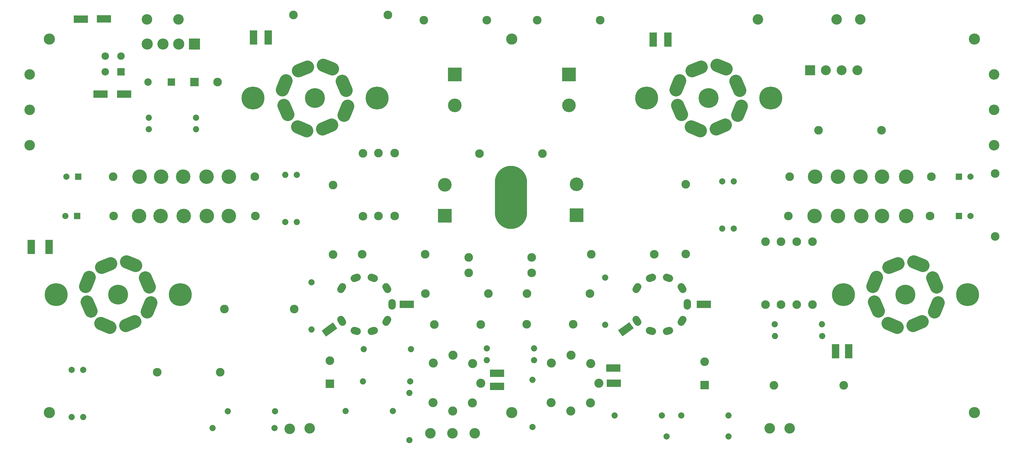
<source format=gbr>
G04 #@! TF.GenerationSoftware,KiCad,Pcbnew,(5.0.0)*
G04 #@! TF.CreationDate,2020-05-22T12:26:50+01:00*
G04 #@! TF.ProjectId,KIT88,4B495438382E6B696361645F70636200,rev?*
G04 #@! TF.SameCoordinates,Original*
G04 #@! TF.FileFunction,Soldermask,Top*
G04 #@! TF.FilePolarity,Negative*
%FSLAX46Y46*%
G04 Gerber Fmt 4.6, Leading zero omitted, Abs format (unit mm)*
G04 Created by KiCad (PCBNEW (5.0.0)) date 05/22/20 12:26:50*
%MOMM*%
%LPD*%
G01*
G04 APERTURE LIST*
%ADD10C,3.400000*%
%ADD11R,2.400000X2.500000*%
%ADD12C,2.400000*%
%ADD13C,0.100000*%
%ADD14R,2.500000X2.400000*%
%ADD15C,2.940000*%
%ADD16C,2.400000*%
%ADD17O,2.400000X3.400000*%
%ADD18C,7.400000*%
%ADD19C,6.400000*%
%ADD20C,4.200000*%
%ADD21C,4.200000*%
%ADD22C,4.700000*%
%ADD23R,2.400000X2.400000*%
%ADD24O,2.400000X2.400000*%
%ADD25O,2.800000X2.800000*%
%ADD26C,2.800000*%
%ADD27C,3.600000*%
%ADD28C,3.200000*%
%ADD29R,3.200000X3.200000*%
%ADD30R,3.600000X3.600000*%
%ADD31C,4.400000*%
%ADD32R,4.400000X4.400000*%
%ADD33R,2.800000X2.800000*%
%ADD34R,2.000000X2.000000*%
%ADD35C,2.000000*%
%ADD36O,2.000000X2.000000*%
%ADD37O,10.400000X20.400000*%
G04 APERTURE END LIST*
D10*
G04 #@! TO.C,TP1*
X19050000Y-119380000D03*
G04 #@! TD*
G04 #@! TO.C,TP2*
X56921400Y-101600000D03*
G04 #@! TD*
G04 #@! TO.C,TP6*
X19050000Y-130810000D03*
G04 #@! TD*
G04 #@! TO.C,TP7*
X19050000Y-142240000D03*
G04 #@! TD*
G04 #@! TO.C,TP8*
X330200000Y-142240000D03*
G04 #@! TD*
G04 #@! TO.C,TP9*
X254000000Y-101600000D03*
G04 #@! TD*
G04 #@! TO.C,TP10*
X287020000Y-101600000D03*
G04 #@! TD*
G04 #@! TO.C,TP11*
X279400000Y-101600000D03*
G04 #@! TD*
G04 #@! TO.C,TP12*
X330200000Y-130810000D03*
G04 #@! TD*
G04 #@! TO.C,TP13*
X330200000Y-119380000D03*
G04 #@! TD*
G04 #@! TO.C,TP14*
X155410000Y-235344000D03*
G04 #@! TD*
G04 #@! TO.C,TP15*
X109360000Y-233680000D03*
G04 #@! TD*
G04 #@! TO.C,TP16*
X148298000Y-235344000D03*
G04 #@! TD*
G04 #@! TO.C,TP18*
X162649000Y-235344000D03*
G04 #@! TD*
G04 #@! TO.C,TP19*
X264287000Y-233680000D03*
G04 #@! TD*
G04 #@! TO.C,TP20*
X257823000Y-233680000D03*
G04 #@! TD*
G04 #@! TO.C,TP21*
X102959000Y-233832000D03*
G04 #@! TD*
G04 #@! TO.C,TP3*
X67056000Y-101600000D03*
G04 #@! TD*
D11*
G04 #@! TO.C,TP100*
X91262200Y-108496000D03*
X91262200Y-106464000D03*
G04 #@! TD*
G04 #@! TO.C,TP101*
X96050100Y-106464000D03*
X96050100Y-108496000D03*
G04 #@! TD*
G04 #@! TO.C,TP200*
X220180000Y-109156000D03*
X220180000Y-107124000D03*
G04 #@! TD*
G04 #@! TO.C,TP201*
X224968000Y-107150000D03*
X224968000Y-109182000D03*
G04 #@! TD*
G04 #@! TO.C,TP300*
X19545300Y-176098000D03*
X19545300Y-174066000D03*
G04 #@! TD*
G04 #@! TO.C,TP301*
X25311100Y-174092000D03*
X25311100Y-176124000D03*
G04 #@! TD*
G04 #@! TO.C,TP400*
X283274000Y-209791000D03*
X283274000Y-207759000D03*
G04 #@! TD*
G04 #@! TO.C,TP401*
X279082000Y-207759000D03*
X279082000Y-209791000D03*
G04 #@! TD*
D12*
G04 #@! TO.C,TP50*
X116603923Y-201205620D03*
D13*
G36*
X116297994Y-202911172D02*
X114887309Y-200969531D01*
X116909852Y-199500068D01*
X118320537Y-201441709D01*
X116297994Y-202911172D01*
X116297994Y-202911172D01*
G37*
D12*
X114960000Y-202400000D03*
D13*
G36*
X114654071Y-204105552D02*
X113243386Y-202163911D01*
X115265929Y-200694448D01*
X116676614Y-202636089D01*
X114654071Y-204105552D01*
X114654071Y-204105552D01*
G37*
G04 #@! TD*
D14*
G04 #@! TO.C,TP51*
X141707000Y-193650000D03*
X139675000Y-193650000D03*
G04 #@! TD*
D12*
G04 #@! TO.C,TP60*
X212247923Y-201078620D03*
D13*
G36*
X211941994Y-202784172D02*
X210531309Y-200842531D01*
X212553852Y-199373068D01*
X213964537Y-201314709D01*
X211941994Y-202784172D01*
X211941994Y-202784172D01*
G37*
D12*
X210604000Y-202273000D03*
D13*
G36*
X210298071Y-203978552D02*
X208887386Y-202036911D01*
X210909929Y-200567448D01*
X212320614Y-202509089D01*
X210298071Y-203978552D01*
X210298071Y-203978552D01*
G37*
G04 #@! TD*
D14*
G04 #@! TO.C,TP61*
X237617000Y-193650000D03*
X235585000Y-193650000D03*
G04 #@! TD*
G04 #@! TO.C,TP80*
X208572000Y-219100000D03*
X206540000Y-219100000D03*
G04 #@! TD*
G04 #@! TO.C,TP81*
X208394000Y-214211000D03*
X206362000Y-214211000D03*
G04 #@! TD*
G04 #@! TO.C,TP90*
X50546000Y-125730000D03*
X48514000Y-125730000D03*
G04 #@! TD*
G04 #@! TO.C,TP91*
X42926000Y-125730000D03*
X40894000Y-125730000D03*
G04 #@! TD*
G04 #@! TO.C,TP70*
X170878000Y-220167000D03*
X168846000Y-220167000D03*
G04 #@! TD*
G04 #@! TO.C,TP71*
X170878000Y-215900000D03*
X168846000Y-215900000D03*
G04 #@! TD*
G04 #@! TO.C,TP5*
X43992800Y-101410000D03*
X41960800Y-101410000D03*
G04 #@! TD*
G04 #@! TO.C,TP4*
X36563300Y-101511000D03*
X34531300Y-101511000D03*
G04 #@! TD*
D15*
G04 #@! TO.C,U7*
X149158749Y-225377493D03*
X155498468Y-228068545D03*
X161877493Y-225491251D03*
X164568545Y-219151532D03*
X161991251Y-212772507D03*
X155651532Y-210081455D03*
X149272507Y-212658749D03*
G04 #@! TD*
G04 #@! TO.C,U8*
X187258749Y-225377493D03*
X193598468Y-228068545D03*
X199977493Y-225491251D03*
X202668545Y-219151532D03*
X200091251Y-212772507D03*
X193751532Y-210081455D03*
X187372507Y-212658749D03*
G04 #@! TD*
D12*
G04 #@! TO.C,U5*
X119720000Y-188385000D03*
D16*
X119426107Y-188789508D02*
X120013893Y-187980492D01*
D12*
X124220000Y-185115000D03*
D16*
X123744472Y-185269508D02*
X124695528Y-184960492D01*
D12*
X129780000Y-185115000D03*
D16*
X129304472Y-184960492D02*
X130255528Y-185269508D01*
D12*
X134280000Y-188385000D03*
D16*
X133986107Y-187980492D02*
X134573893Y-188789508D01*
D17*
X136000000Y-193675000D03*
D12*
X134280000Y-198965000D03*
D16*
X133986107Y-199369508D02*
X134573893Y-198560492D01*
D12*
X129780000Y-202235000D03*
D16*
X129304472Y-202389508D02*
X130255528Y-202080492D01*
D12*
X124220000Y-202235000D03*
D16*
X123744472Y-202080492D02*
X124695528Y-202389508D01*
D12*
X119720000Y-198965000D03*
D16*
X119426107Y-198560492D02*
X120013893Y-199369508D01*
G04 #@! TD*
D12*
G04 #@! TO.C,U6*
X214970000Y-188385000D03*
D16*
X214676107Y-188789508D02*
X215263893Y-187980492D01*
D12*
X219470000Y-185115000D03*
D16*
X218994472Y-185269508D02*
X219945528Y-184960492D01*
D12*
X225030000Y-185115000D03*
D16*
X224554472Y-184960492D02*
X225505528Y-185269508D01*
D12*
X229530000Y-188385000D03*
D16*
X229236107Y-187980492D02*
X229823893Y-188789508D01*
D17*
X231250000Y-193675000D03*
D12*
X229530000Y-198965000D03*
D16*
X229236107Y-199369508D02*
X229823893Y-198560492D01*
D12*
X225030000Y-202235000D03*
D16*
X224554472Y-202389508D02*
X225505528Y-202080492D01*
D12*
X219470000Y-202235000D03*
D16*
X218994472Y-202080492D02*
X219945528Y-202389508D01*
D12*
X214970000Y-198965000D03*
D16*
X214676107Y-198560492D02*
X215263893Y-199369508D01*
G04 #@! TD*
D18*
G04 #@! TO.C,U2*
X258125000Y-127000000D03*
X218125000Y-127000000D03*
D19*
X238125000Y-127000000D03*
D20*
X228738384Y-130888064D03*
D21*
X229350677Y-132366271D02*
X228126091Y-129409857D01*
D20*
X234001086Y-136956010D03*
D21*
X235479293Y-137568303D02*
X232522879Y-136343717D01*
D20*
X242013064Y-136386616D03*
D21*
X240534857Y-136998909D02*
X243491271Y-135774323D01*
D20*
X248081010Y-131123914D03*
D21*
X247468717Y-132602121D02*
X248693303Y-129645707D01*
D20*
X247511616Y-123111936D03*
D21*
X248123909Y-124590143D02*
X246899323Y-121633729D01*
D20*
X242248914Y-117043990D03*
D21*
X240770707Y-116431697D02*
X243727121Y-117656283D01*
D20*
X234236936Y-117613384D03*
D21*
X235715143Y-117001091D02*
X232758729Y-118225677D01*
D20*
X228168990Y-122876086D03*
D21*
X227556697Y-124354293D02*
X228781283Y-121397879D01*
G04 #@! TD*
D18*
G04 #@! TO.C,U4*
X321625000Y-190500000D03*
X281625000Y-190500000D03*
D19*
X301625000Y-190500000D03*
D20*
X292238384Y-194388064D03*
D21*
X292850677Y-195866271D02*
X291626091Y-192909857D01*
D20*
X297501086Y-200456010D03*
D21*
X298979293Y-201068303D02*
X296022879Y-199843717D01*
D20*
X305513064Y-199886616D03*
D21*
X304034857Y-200498909D02*
X306991271Y-199274323D01*
D20*
X311581010Y-194623914D03*
D21*
X310968717Y-196102121D02*
X312193303Y-193145707D01*
D20*
X311011616Y-186611936D03*
D21*
X311623909Y-188090143D02*
X310399323Y-185133729D01*
D20*
X305748914Y-180543990D03*
D21*
X304270707Y-179931697D02*
X307227121Y-181156283D01*
D20*
X297736936Y-181113384D03*
D21*
X299215143Y-180501091D02*
X296258729Y-181725677D01*
D20*
X291668990Y-186376086D03*
D21*
X291056697Y-187854293D02*
X292281283Y-184897879D01*
G04 #@! TD*
D18*
G04 #@! TO.C,U1*
X131125000Y-127000000D03*
X91125000Y-127000000D03*
D19*
X111125000Y-127000000D03*
D20*
X101738384Y-130888064D03*
D21*
X102350677Y-132366271D02*
X101126091Y-129409857D01*
D20*
X107001086Y-136956010D03*
D21*
X108479293Y-137568303D02*
X105522879Y-136343717D01*
D20*
X115013064Y-136386616D03*
D21*
X113534857Y-136998909D02*
X116491271Y-135774323D01*
D20*
X121081010Y-131123914D03*
D21*
X120468717Y-132602121D02*
X121693303Y-129645707D01*
D20*
X120511616Y-123111936D03*
D21*
X121123909Y-124590143D02*
X119899323Y-121633729D01*
D20*
X115248914Y-117043990D03*
D21*
X113770707Y-116431697D02*
X116727121Y-117656283D01*
D20*
X107236936Y-117613384D03*
D21*
X108715143Y-117001091D02*
X105758729Y-118225677D01*
D20*
X101168990Y-122876086D03*
D21*
X100556697Y-124354293D02*
X101781283Y-121397879D01*
G04 #@! TD*
D18*
G04 #@! TO.C,U3*
X67625000Y-190500000D03*
X27625000Y-190500000D03*
D19*
X47625000Y-190500000D03*
D20*
X38238384Y-194388064D03*
D21*
X38850677Y-195866271D02*
X37626091Y-192909857D01*
D20*
X43501086Y-200456010D03*
D21*
X44979293Y-201068303D02*
X42022879Y-199843717D01*
D20*
X51513064Y-199886616D03*
D21*
X50034857Y-200498909D02*
X52991271Y-199274323D01*
D20*
X57581010Y-194623914D03*
D21*
X56968717Y-196102121D02*
X58193303Y-193145707D01*
D20*
X57011616Y-186611936D03*
D21*
X57623909Y-188090143D02*
X56399323Y-185133729D01*
D20*
X51748914Y-180543990D03*
D21*
X50270707Y-179931697D02*
X53227121Y-181156283D01*
D20*
X43736936Y-181113384D03*
D21*
X45215143Y-180501091D02*
X42258729Y-181725677D01*
D20*
X37668990Y-186376086D03*
D21*
X37056697Y-187854293D02*
X38281283Y-184897879D01*
G04 #@! TD*
D22*
G04 #@! TO.C,MH10*
X272466000Y-152400000D03*
G04 #@! TD*
D23*
G04 #@! TO.C,BR2*
X48475900Y-118567000D03*
D24*
X43395900Y-113487000D03*
X48475900Y-113487000D03*
X43395900Y-118567000D03*
G04 #@! TD*
D25*
G04 #@! TO.C,R13*
X91719400Y-152400000D03*
D26*
X45999400Y-152400000D03*
G04 #@! TD*
G04 #@! TO.C,R14*
X264261000Y-152400000D03*
D25*
X309981000Y-152400000D03*
G04 #@! TD*
D26*
G04 #@! TO.C,R15*
X46126400Y-165100000D03*
D25*
X91846400Y-165100000D03*
G04 #@! TD*
G04 #@! TO.C,R16*
X309575000Y-165100000D03*
D26*
X263855000Y-165100000D03*
G04 #@! TD*
D27*
G04 #@! TO.C,MH1*
X25400000Y-228600000D03*
G04 #@! TD*
G04 #@! TO.C,MH2*
X174624800Y-228600000D03*
G04 #@! TD*
G04 #@! TO.C,MH3*
X323850000Y-228600000D03*
G04 #@! TD*
G04 #@! TO.C,MH4*
X25400000Y-107950000D03*
G04 #@! TD*
G04 #@! TO.C,MH5*
X174625000Y-107950000D03*
G04 #@! TD*
G04 #@! TO.C,MH6*
X323850000Y-107950000D03*
G04 #@! TD*
D22*
G04 #@! TO.C,MH11*
X279806000Y-152400000D03*
G04 #@! TD*
G04 #@! TO.C,MH12*
X287147000Y-152400000D03*
G04 #@! TD*
G04 #@! TO.C,MH13*
X294081000Y-152400000D03*
G04 #@! TD*
G04 #@! TO.C,MH14*
X301828000Y-152400000D03*
G04 #@! TD*
G04 #@! TO.C,MH20*
X272263000Y-165100000D03*
G04 #@! TD*
G04 #@! TO.C,MH21*
X279806000Y-165100000D03*
G04 #@! TD*
G04 #@! TO.C,MH22*
X287350000Y-165100000D03*
G04 #@! TD*
G04 #@! TO.C,MH23*
X294081000Y-165100000D03*
G04 #@! TD*
G04 #@! TO.C,MH24*
X301828000Y-165100000D03*
G04 #@! TD*
G04 #@! TO.C,MH30*
X54508400Y-152400000D03*
G04 #@! TD*
G04 #@! TO.C,MH31*
X54381400Y-165100000D03*
G04 #@! TD*
G04 #@! TO.C,MH32*
X61493400Y-152400000D03*
G04 #@! TD*
G04 #@! TO.C,MH33*
X61315600Y-165100000D03*
G04 #@! TD*
G04 #@! TO.C,MH34*
X68605400Y-152400000D03*
G04 #@! TD*
G04 #@! TO.C,MH40*
X68732400Y-165100000D03*
G04 #@! TD*
G04 #@! TO.C,MH41*
X76098400Y-152400000D03*
G04 #@! TD*
G04 #@! TO.C,MH42*
X76174600Y-165100000D03*
G04 #@! TD*
G04 #@! TO.C,MH43*
X83337400Y-152400000D03*
G04 #@! TD*
G04 #@! TO.C,MH44*
X83286600Y-165100000D03*
G04 #@! TD*
D28*
G04 #@! TO.C,BR1*
X286055000Y-118059000D03*
X280975000Y-118059000D03*
X275895000Y-118059000D03*
D29*
X270815000Y-118059000D03*
G04 #@! TD*
D27*
G04 #@! TO.C,BR3*
X56972200Y-109576000D03*
X62052200Y-109576000D03*
X67132200Y-109576000D03*
D30*
X72212200Y-109576000D03*
G04 #@! TD*
D31*
G04 #@! TO.C,C1*
X156210000Y-129380000D03*
D32*
X156210000Y-119380000D03*
G04 #@! TD*
G04 #@! TO.C,C2*
X193040000Y-119380000D03*
D31*
X193040000Y-129380000D03*
G04 #@! TD*
D33*
G04 #@! TO.C,C3*
X72212200Y-121818000D03*
D26*
X79712200Y-121818000D03*
G04 #@! TD*
D23*
G04 #@! TO.C,C4*
X64744600Y-121844000D03*
D12*
X57244600Y-121844000D03*
G04 #@! TD*
D32*
G04 #@! TO.C,C5*
X153035000Y-165062000D03*
D31*
X153035000Y-155062000D03*
G04 #@! TD*
G04 #@! TO.C,C6*
X195491000Y-154884000D03*
D32*
X195491000Y-164884000D03*
G04 #@! TD*
D26*
G04 #@! TO.C,C7*
X116916000Y-155105000D03*
X116916000Y-177605000D03*
G04 #@! TD*
G04 #@! TO.C,C8*
X230759000Y-154902000D03*
X230759000Y-177402000D03*
G04 #@! TD*
D34*
G04 #@! TO.C,C9*
X34721800Y-152400000D03*
D35*
X30921800Y-152400000D03*
G04 #@! TD*
G04 #@! TO.C,C10*
X322621000Y-152400000D03*
D34*
X318821000Y-152400000D03*
G04 #@! TD*
D35*
G04 #@! TO.C,C11*
X30566200Y-165100000D03*
D34*
X34366200Y-165100000D03*
G04 #@! TD*
G04 #@! TO.C,C12*
X318821000Y-165100000D03*
D35*
X322621000Y-165100000D03*
G04 #@! TD*
D26*
G04 #@! TO.C,C13*
X149606000Y-200203000D03*
X164606000Y-200203000D03*
G04 #@! TD*
G04 #@! TO.C,C14*
X179437000Y-200101000D03*
X194437000Y-200101000D03*
G04 #@! TD*
G04 #@! TO.C,C15*
X104402300Y-195174000D03*
X81902300Y-195174000D03*
G04 #@! TD*
G04 #@! TO.C,C16*
X281707000Y-219837000D03*
X259207000Y-219837000D03*
G04 #@! TD*
D33*
G04 #@! TO.C,C17*
X115913000Y-219342000D03*
D26*
X115913000Y-211842000D03*
G04 #@! TD*
G04 #@! TO.C,C18*
X236792000Y-212223000D03*
D33*
X236792000Y-219723000D03*
G04 #@! TD*
D35*
G04 #@! TO.C,C19*
X98056700Y-233655000D03*
D36*
X78056700Y-233655000D03*
G04 #@! TD*
D26*
G04 #@! TO.C,R1*
X104127000Y-100216000D03*
D25*
X134607000Y-100216000D03*
G04 #@! TD*
D36*
G04 #@! TO.C,R3*
X57480200Y-133401000D03*
D35*
X72720200Y-133401000D03*
G04 #@! TD*
D26*
G04 #@! TO.C,R4*
X184506000Y-144958000D03*
D25*
X164186000Y-144958000D03*
G04 #@! TD*
D35*
G04 #@! TO.C,R5*
X57467500Y-137109000D03*
D36*
X72707500Y-137109000D03*
G04 #@! TD*
D26*
G04 #@! TO.C,R6*
X126556000Y-144843000D03*
D25*
X126556000Y-165163000D03*
G04 #@! TD*
D35*
G04 #@! TO.C,R8*
X105283000Y-151841000D03*
D36*
X105283000Y-167081000D03*
G04 #@! TD*
G04 #@! TO.C,R9*
X101549000Y-151828000D03*
D35*
X101549000Y-167068000D03*
G04 #@! TD*
D36*
G04 #@! TO.C,R10*
X242519000Y-169189000D03*
D35*
X242519000Y-153949000D03*
G04 #@! TD*
D36*
G04 #@! TO.C,R11*
X246253000Y-153962000D03*
D35*
X246253000Y-169202000D03*
G04 #@! TD*
D25*
G04 #@! TO.C,R12*
X293916000Y-137401000D03*
D26*
X273596000Y-137401000D03*
G04 #@! TD*
D25*
G04 #@! TO.C,R17*
X126365000Y-177508000D03*
D26*
X146685000Y-177508000D03*
G04 #@! TD*
D25*
G04 #@! TO.C,R18*
X220599000Y-177508000D03*
D26*
X200279000Y-177508000D03*
G04 #@! TD*
D25*
G04 #@! TO.C,R21*
X146723000Y-190170000D03*
D26*
X167043000Y-190170000D03*
G04 #@! TD*
D25*
G04 #@! TO.C,R22*
X199784000Y-190170000D03*
D26*
X179464000Y-190170000D03*
G04 #@! TD*
D36*
G04 #@! TO.C,R23*
X109957000Y-201778000D03*
D35*
X109957000Y-186538000D03*
G04 #@! TD*
G04 #@! TO.C,R25*
X204737000Y-185014000D03*
D36*
X204737000Y-200254000D03*
G04 #@! TD*
D35*
G04 #@! TO.C,R26*
X259461000Y-200114000D03*
D36*
X274701000Y-200114000D03*
G04 #@! TD*
G04 #@! TO.C,R27*
X259474000Y-203873000D03*
D35*
X274714000Y-203873000D03*
G04 #@! TD*
G04 #@! TO.C,R28*
X142075000Y-208166000D03*
D36*
X126835000Y-208166000D03*
G04 #@! TD*
D35*
G04 #@! TO.C,R29*
X166522000Y-207912000D03*
D36*
X181762000Y-207912000D03*
G04 #@! TD*
D35*
G04 #@! TO.C,R30*
X32562800Y-214833000D03*
D36*
X32562800Y-230073000D03*
G04 #@! TD*
G04 #@! TO.C,R31*
X36322000Y-230060000D03*
D35*
X36322000Y-214820000D03*
G04 #@! TD*
D25*
G04 #@! TO.C,R32*
X60159900Y-215544000D03*
D26*
X80479900Y-215544000D03*
G04 #@! TD*
G04 #@! TO.C,R33*
X330581000Y-171755000D03*
D25*
X330581000Y-151435000D03*
G04 #@! TD*
D35*
G04 #@! TO.C,R34*
X141833000Y-218567000D03*
D36*
X126593000Y-218567000D03*
G04 #@! TD*
G04 #@! TO.C,R35*
X166510000Y-211696000D03*
D35*
X181750000Y-211696000D03*
G04 #@! TD*
D36*
G04 #@! TO.C,R36*
X141567000Y-222263000D03*
D35*
X141567000Y-237503000D03*
G04 #@! TD*
G04 #@! TO.C,R37*
X181254000Y-233274000D03*
D36*
X181254000Y-218034000D03*
G04 #@! TD*
G04 #@! TO.C,R38*
X82943700Y-228194000D03*
D35*
X98183700Y-228194000D03*
G04 #@! TD*
G04 #@! TO.C,R39*
X229298000Y-229591000D03*
D36*
X244538000Y-229591000D03*
G04 #@! TD*
D35*
G04 #@! TO.C,R40*
X136233000Y-228105000D03*
D36*
X120993000Y-228105000D03*
G04 #@! TD*
G04 #@! TO.C,R41*
X207747000Y-229578000D03*
D35*
X222987000Y-229578000D03*
G04 #@! TD*
D26*
G04 #@! TO.C,R70*
X136817000Y-144831000D03*
D25*
X136817000Y-165151000D03*
G04 #@! TD*
G04 #@! TO.C,R71*
X131585000Y-165151000D03*
D26*
X131585000Y-144831000D03*
G04 #@! TD*
G04 #@! TO.C,R190*
X261493000Y-173444000D03*
D25*
X261493000Y-193764000D03*
G04 #@! TD*
D26*
G04 #@! TO.C,R191*
X256438000Y-173444000D03*
D25*
X256438000Y-193764000D03*
G04 #@! TD*
D26*
G04 #@! TO.C,R200*
X271590000Y-193764000D03*
D25*
X271590000Y-173444000D03*
G04 #@! TD*
D26*
G04 #@! TO.C,R201*
X266535000Y-193764000D03*
D25*
X266535000Y-173444000D03*
G04 #@! TD*
D26*
G04 #@! TO.C,R240*
X160718000Y-178473000D03*
D25*
X181038000Y-178473000D03*
G04 #@! TD*
G04 #@! TO.C,R241*
X181038000Y-183528000D03*
D26*
X160718000Y-183528000D03*
G04 #@! TD*
G04 #@! TO.C,RS1*
X146228000Y-101905000D03*
D25*
X166548000Y-101905000D03*
G04 #@! TD*
G04 #@! TO.C,RS2*
X203124000Y-101905000D03*
D26*
X182804000Y-101905000D03*
G04 #@! TD*
D35*
G04 #@! TO.C,C20*
X224511000Y-236309000D03*
D36*
X244511000Y-236309000D03*
G04 #@! TD*
D11*
G04 #@! TO.C,TP0*
X174294800Y-166763700D03*
X174294800Y-164223700D03*
D37*
X174294800Y-159143700D03*
D11*
X174294800Y-161937700D03*
G04 #@! TD*
M02*

</source>
